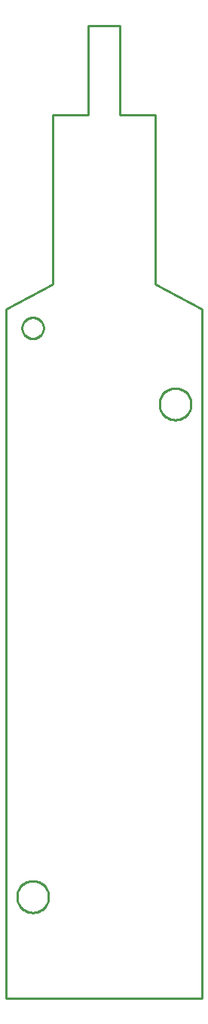
<source format=gbr>
G04 EAGLE Gerber RS-274X export*
G75*
%MOMM*%
%FSLAX34Y34*%
%LPD*%
%IN*%
%IPPOS*%
%AMOC8*
5,1,8,0,0,1.08239X$1,22.5*%
G01*
%ADD10C,0.254000*%


D10*
X0Y0D02*
X220000Y0D01*
X220000Y772500D01*
X167500Y800000D01*
X167500Y990000D01*
X127500Y990000D01*
X127500Y1090000D01*
X92500Y1090000D01*
X92500Y990000D01*
X52500Y990000D01*
X52500Y800000D01*
X0Y772500D01*
X0Y0D01*
X29419Y131750D02*
X28259Y131674D01*
X27107Y131522D01*
X25967Y131296D01*
X24845Y130995D01*
X23744Y130621D01*
X22671Y130177D01*
X21628Y129663D01*
X20622Y129081D01*
X19655Y128436D01*
X18734Y127728D01*
X17860Y126962D01*
X17038Y126140D01*
X16272Y125267D01*
X15564Y124345D01*
X14919Y123378D01*
X14338Y122372D01*
X13824Y121329D01*
X13379Y120256D01*
X13005Y119155D01*
X12704Y118033D01*
X12478Y116893D01*
X12326Y115741D01*
X12250Y114581D01*
X12250Y113419D01*
X12326Y112259D01*
X12478Y111107D01*
X12704Y109967D01*
X13005Y108845D01*
X13379Y107744D01*
X13824Y106671D01*
X14338Y105628D01*
X14919Y104622D01*
X15564Y103655D01*
X16272Y102734D01*
X17038Y101860D01*
X17860Y101038D01*
X18734Y100272D01*
X19655Y99564D01*
X20622Y98919D01*
X21628Y98338D01*
X22671Y97824D01*
X23744Y97379D01*
X24845Y97005D01*
X25967Y96704D01*
X27107Y96478D01*
X28259Y96326D01*
X29419Y96250D01*
X30581Y96250D01*
X31741Y96326D01*
X32893Y96478D01*
X34033Y96704D01*
X35155Y97005D01*
X36256Y97379D01*
X37329Y97824D01*
X38372Y98338D01*
X39378Y98919D01*
X40345Y99564D01*
X41267Y100272D01*
X42140Y101038D01*
X42962Y101860D01*
X43728Y102734D01*
X44436Y103655D01*
X45081Y104622D01*
X45663Y105628D01*
X46177Y106671D01*
X46621Y107744D01*
X46995Y108845D01*
X47296Y109967D01*
X47522Y111107D01*
X47674Y112259D01*
X47750Y113419D01*
X47750Y114581D01*
X47674Y115741D01*
X47522Y116893D01*
X47296Y118033D01*
X46995Y119155D01*
X46621Y120256D01*
X46177Y121329D01*
X45663Y122372D01*
X45081Y123378D01*
X44436Y124345D01*
X43728Y125267D01*
X42962Y126140D01*
X42140Y126962D01*
X41267Y127728D01*
X40345Y128436D01*
X39378Y129081D01*
X38372Y129663D01*
X37329Y130177D01*
X36256Y130621D01*
X35155Y130995D01*
X34033Y131296D01*
X32893Y131522D01*
X31741Y131674D01*
X30581Y131750D01*
X29419Y131750D01*
X189419Y683750D02*
X188259Y683674D01*
X187107Y683522D01*
X185967Y683296D01*
X184845Y682995D01*
X183744Y682621D01*
X182671Y682177D01*
X181628Y681663D01*
X180622Y681081D01*
X179655Y680436D01*
X178734Y679728D01*
X177860Y678962D01*
X177038Y678140D01*
X176272Y677267D01*
X175564Y676345D01*
X174919Y675378D01*
X174338Y674372D01*
X173824Y673329D01*
X173379Y672256D01*
X173005Y671155D01*
X172704Y670033D01*
X172478Y668893D01*
X172326Y667741D01*
X172250Y666581D01*
X172250Y665419D01*
X172326Y664259D01*
X172478Y663107D01*
X172704Y661967D01*
X173005Y660845D01*
X173379Y659744D01*
X173824Y658671D01*
X174338Y657628D01*
X174919Y656622D01*
X175564Y655655D01*
X176272Y654734D01*
X177038Y653860D01*
X177860Y653038D01*
X178734Y652272D01*
X179655Y651564D01*
X180622Y650919D01*
X181628Y650338D01*
X182671Y649824D01*
X183744Y649379D01*
X184845Y649005D01*
X185967Y648704D01*
X187107Y648478D01*
X188259Y648326D01*
X189419Y648250D01*
X190581Y648250D01*
X191741Y648326D01*
X192893Y648478D01*
X194033Y648704D01*
X195155Y649005D01*
X196256Y649379D01*
X197329Y649824D01*
X198372Y650338D01*
X199378Y650919D01*
X200345Y651564D01*
X201267Y652272D01*
X202140Y653038D01*
X202962Y653860D01*
X203728Y654734D01*
X204436Y655655D01*
X205081Y656622D01*
X205663Y657628D01*
X206177Y658671D01*
X206621Y659744D01*
X206995Y660845D01*
X207296Y661967D01*
X207522Y663107D01*
X207674Y664259D01*
X207750Y665419D01*
X207750Y666581D01*
X207674Y667741D01*
X207522Y668893D01*
X207296Y670033D01*
X206995Y671155D01*
X206621Y672256D01*
X206177Y673329D01*
X205663Y674372D01*
X205081Y675378D01*
X204436Y676345D01*
X203728Y677267D01*
X202962Y678140D01*
X202140Y678962D01*
X201267Y679728D01*
X200345Y680436D01*
X199378Y681081D01*
X198372Y681663D01*
X197329Y682177D01*
X196256Y682621D01*
X195155Y682995D01*
X194033Y683296D01*
X192893Y683522D01*
X191741Y683674D01*
X190581Y683750D01*
X189419Y683750D01*
X29530Y763050D02*
X28594Y762976D01*
X27667Y762829D01*
X26754Y762610D01*
X25861Y762320D01*
X24993Y761961D01*
X24156Y761534D01*
X23356Y761044D01*
X22596Y760492D01*
X21882Y759882D01*
X21218Y759218D01*
X20608Y758504D01*
X20056Y757744D01*
X19566Y756944D01*
X19139Y756107D01*
X18780Y755239D01*
X18490Y754346D01*
X18271Y753433D01*
X18124Y752506D01*
X18050Y751570D01*
X18050Y750630D01*
X18124Y749694D01*
X18271Y748767D01*
X18490Y747854D01*
X18780Y746961D01*
X19139Y746093D01*
X19566Y745256D01*
X20056Y744456D01*
X20608Y743696D01*
X21218Y742982D01*
X21882Y742318D01*
X22596Y741708D01*
X23356Y741156D01*
X24156Y740666D01*
X24993Y740239D01*
X25861Y739880D01*
X26754Y739590D01*
X27667Y739371D01*
X28594Y739224D01*
X29530Y739150D01*
X30470Y739150D01*
X31406Y739224D01*
X32333Y739371D01*
X33246Y739590D01*
X34139Y739880D01*
X35007Y740239D01*
X35844Y740666D01*
X36644Y741156D01*
X37404Y741708D01*
X38118Y742318D01*
X38782Y742982D01*
X39392Y743696D01*
X39944Y744456D01*
X40434Y745256D01*
X40861Y746093D01*
X41220Y746961D01*
X41510Y747854D01*
X41729Y748767D01*
X41876Y749694D01*
X41950Y750630D01*
X41950Y751570D01*
X41876Y752506D01*
X41729Y753433D01*
X41510Y754346D01*
X41220Y755239D01*
X40861Y756107D01*
X40434Y756944D01*
X39944Y757744D01*
X39392Y758504D01*
X38782Y759218D01*
X38118Y759882D01*
X37404Y760492D01*
X36644Y761044D01*
X35844Y761534D01*
X35007Y761961D01*
X34139Y762320D01*
X33246Y762610D01*
X32333Y762829D01*
X31406Y762976D01*
X30470Y763050D01*
X29530Y763050D01*
M02*

</source>
